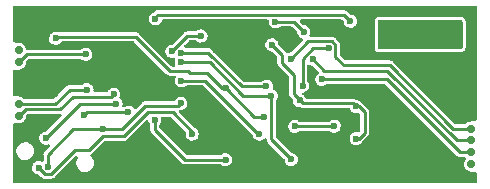
<source format=gbl>
G04 #@! TF.GenerationSoftware,KiCad,Pcbnew,(5.99.0-9294-gd3cf97847e)*
G04 #@! TF.CreationDate,2021-03-10T21:33:55+02:00*
G04 #@! TF.ProjectId,hellen1-wbo,68656c6c-656e-4312-9d77-626f2e6b6963,rev?*
G04 #@! TF.SameCoordinates,Original*
G04 #@! TF.FileFunction,Copper,L2,Bot*
G04 #@! TF.FilePolarity,Positive*
%FSLAX46Y46*%
G04 Gerber Fmt 4.6, Leading zero omitted, Abs format (unit mm)*
G04 Created by KiCad (PCBNEW (5.99.0-9294-gd3cf97847e)) date 2021-03-10 21:33:55*
%MOMM*%
%LPD*%
G01*
G04 APERTURE LIST*
G04 #@! TA.AperFunction,ComponentPad*
%ADD10C,0.700000*%
G04 #@! TD*
G04 #@! TA.AperFunction,SMDPad,CuDef*
%ADD11R,0.250000X3.100000*%
G04 #@! TD*
G04 #@! TA.AperFunction,SMDPad,CuDef*
%ADD12R,0.250000X0.950000*%
G04 #@! TD*
G04 #@! TA.AperFunction,SMDPad,CuDef*
%ADD13R,0.250000X9.750000*%
G04 #@! TD*
G04 #@! TA.AperFunction,SMDPad,CuDef*
%ADD14R,0.250000X2.250000*%
G04 #@! TD*
G04 #@! TA.AperFunction,SMDPad,CuDef*
%ADD15R,0.250000X5.050000*%
G04 #@! TD*
G04 #@! TA.AperFunction,SMDPad,CuDef*
%ADD16R,39.250000X0.250000*%
G04 #@! TD*
G04 #@! TA.AperFunction,ViaPad*
%ADD17C,0.600000*%
G04 #@! TD*
G04 #@! TA.AperFunction,Conductor*
%ADD18C,0.250000*%
G04 #@! TD*
G04 APERTURE END LIST*
D10*
G04 #@! TO.P,M600,E1,LSU_Un*
G04 #@! TO.N,/LSU_Un*
X116500000Y-93400000D03*
G04 #@! TO.P,M600,E2,LSU_Vm*
G04 #@! TO.N,/LSU_Vm*
X116500000Y-92400000D03*
G04 #@! TO.P,M600,E3,LSU_Ip*
G04 #@! TO.N,/LSU_Ip*
X116500000Y-91400000D03*
G04 #@! TO.P,M600,E4,LSU_Rtrim*
G04 #@! TO.N,/LSU_Rtrim*
X116500000Y-90400000D03*
D11*
G04 #@! TO.P,M600,G,GND*
G04 #@! TO.N,GND*
X77875000Y-81550000D03*
D12*
X116875000Y-94525000D03*
D13*
X116875000Y-84875000D03*
D14*
X77875000Y-86525000D03*
D15*
X77875000Y-92475000D03*
D16*
X97375000Y-94875000D03*
X97375000Y-80125000D03*
D10*
G04 #@! TO.P,M600,W1,5V_IN*
G04 #@! TO.N,+5V*
X78250000Y-83750000D03*
G04 #@! TO.P,M600,W2,CAN_VIO*
G04 #@! TO.N,+3V3*
X78250000Y-84750000D03*
G04 #@! TO.P,M600,W3,CAN_RX*
G04 #@! TO.N,/CAN_RX*
X78250000Y-88300000D03*
G04 #@! TO.P,M600,W4,CAN_TX*
G04 #@! TO.N,/CAN_TX*
X78250000Y-89300000D03*
G04 #@! TD*
D17*
G04 #@! TO.N,GND*
X102000000Y-88900000D03*
X106800000Y-86900000D03*
X85300000Y-93100000D03*
X79050000Y-93350000D03*
X78350000Y-85650000D03*
X112400000Y-93300000D03*
X107000000Y-84250000D03*
X112550000Y-80600000D03*
X86900000Y-86600000D03*
X96250000Y-81800000D03*
X116500000Y-82650000D03*
X100150000Y-82100000D03*
X93550000Y-93750000D03*
X84650000Y-80600000D03*
X94800000Y-94500000D03*
X113050000Y-84600000D03*
X78300000Y-94500000D03*
X101000000Y-94500000D03*
X81350000Y-85050000D03*
X88900000Y-87650000D03*
X84500000Y-94450000D03*
X94750000Y-88250000D03*
X116400000Y-80550000D03*
X108300000Y-94500000D03*
X103950000Y-93250000D03*
X78200000Y-82850000D03*
X106781600Y-89306400D03*
X82750000Y-94150000D03*
X78300000Y-87400000D03*
X110350000Y-84350000D03*
X87000000Y-80950000D03*
X94950000Y-83700000D03*
X92900000Y-91700000D03*
X96100000Y-92250000D03*
X78350000Y-90250000D03*
X87850000Y-94450000D03*
X91350000Y-87300000D03*
X88200000Y-84050000D03*
X85450000Y-81550000D03*
X90850000Y-94250000D03*
X116550000Y-94500000D03*
X81800000Y-81600000D03*
X81274000Y-87473000D03*
X78150000Y-80450000D03*
X79350000Y-81700000D03*
G04 #@! TO.N,/LSU_Rtrim*
X101250000Y-84500000D03*
G04 #@! TO.N,/LSU_Vm*
X92000000Y-84750000D03*
X103886000Y-86233000D03*
X99600000Y-87600000D03*
X101300000Y-93000000D03*
G04 #@! TO.N,/LSU_Ip*
X103100000Y-84500000D03*
G04 #@! TO.N,+3V3*
X106807000Y-88519000D03*
X99650000Y-83300000D03*
X106807000Y-91236800D03*
X102000000Y-88000000D03*
X79900000Y-93700000D03*
X92900000Y-90850000D03*
X83900000Y-84100000D03*
G04 #@! TO.N,/nRESET*
X91940000Y-88240000D03*
X80700000Y-93650000D03*
X85350000Y-90450000D03*
G04 #@! TO.N,/Vm*
X102250000Y-86750000D03*
X92000000Y-83950000D03*
X99200000Y-86800000D03*
X104450000Y-83600000D03*
G04 #@! TO.N,/Un_sense*
X98600000Y-90850000D03*
X91998800Y-86334600D03*
G04 #@! TO.N,/Ip_dac*
X91186000Y-83845400D03*
X93650000Y-82550000D03*
G04 #@! TO.N,/Nernst_esr_drive*
X95750000Y-93013408D03*
X89750000Y-89650000D03*
G04 #@! TO.N,/CAN_TX*
X86250096Y-87488462D03*
G04 #@! TO.N,/CAN_RX*
X84000000Y-87090100D03*
G04 #@! TO.N,/heater_pwm*
X106300000Y-81300000D03*
X89800000Y-81100000D03*
G04 #@! TO.N,/Boot0*
X87500000Y-89000000D03*
X83750000Y-89250000D03*
G04 #@! TO.N,Net-(R613-Pad1)*
X102350000Y-82200000D03*
X99950000Y-81350000D03*
G04 #@! TO.N,/SWDIO*
X86450000Y-88300000D03*
X80500000Y-91200000D03*
G04 #@! TO.N,VDDA*
X81340000Y-82740000D03*
X95758000Y-86995000D03*
X101600000Y-90200000D03*
X99000000Y-89400000D03*
X104927400Y-90195400D03*
G04 #@! TO.N,/LSU_H-*
X109150000Y-81950000D03*
X109950000Y-81950000D03*
X115250000Y-82700000D03*
X109950000Y-83050000D03*
X109150000Y-83050000D03*
X115250000Y-81750000D03*
X114100000Y-81750000D03*
X114100000Y-82700000D03*
G04 #@! TD*
D18*
G04 #@! TO.N,/LSU_Rtrim*
X102740111Y-83009889D02*
X101250000Y-84500000D01*
X115023365Y-90400000D02*
X109623365Y-85000000D01*
X104759889Y-83009889D02*
X102740111Y-83009889D01*
X105750000Y-85000000D02*
X105040111Y-84290111D01*
X116500000Y-90400000D02*
X115023365Y-90400000D01*
X109623365Y-85000000D02*
X105750000Y-85000000D01*
X105040111Y-84290111D02*
X105040111Y-83290111D01*
X105040111Y-83290111D02*
X104759889Y-83009889D01*
G04 #@! TO.N,/LSU_Vm*
X99600000Y-91300000D02*
X99600000Y-87600000D01*
X97236365Y-87600000D02*
X94386365Y-84750000D01*
X109383000Y-86233000D02*
X103886000Y-86233000D01*
X94386365Y-84750000D02*
X92000000Y-84750000D01*
X99600000Y-87600000D02*
X97236365Y-87600000D01*
X115550000Y-92400000D02*
X109383000Y-86233000D01*
X101300000Y-93000000D02*
X99600000Y-91300000D01*
X116500000Y-92400000D02*
X115550000Y-92400000D01*
G04 #@! TO.N,/LSU_Ip*
X115300000Y-91400000D02*
X109400000Y-85500000D01*
X109400000Y-85500000D02*
X104100000Y-85500000D01*
X104100000Y-85500000D02*
X103100000Y-84500000D01*
X116500000Y-91400000D02*
X115300000Y-91400000D01*
G04 #@! TO.N,+3V3*
X101500000Y-85825000D02*
X100500000Y-84825000D01*
X89150000Y-89000000D02*
X91250000Y-89000000D01*
X107500000Y-89000000D02*
X107500000Y-90750000D01*
X80983254Y-94240111D02*
X83023365Y-92200000D01*
X100500000Y-84150000D02*
X99650000Y-83300000D01*
X107019000Y-88519000D02*
X107500000Y-89000000D01*
X85350000Y-91050000D02*
X87100000Y-91050000D01*
X83900000Y-84100000D02*
X78900000Y-84100000D01*
X100500000Y-84825000D02*
X100500000Y-84150000D01*
X101500000Y-87487068D02*
X101500000Y-85825000D01*
X102250000Y-88250000D02*
X106538000Y-88250000D01*
X87100000Y-91050000D02*
X89150000Y-89000000D01*
X79900000Y-93700000D02*
X80109889Y-93909889D01*
X83023365Y-92200000D02*
X84200000Y-92200000D01*
X106538000Y-88250000D02*
X106807000Y-88519000D01*
X102000000Y-87987068D02*
X101500000Y-87487068D01*
X80109889Y-93933254D02*
X80416746Y-94240111D01*
X102000000Y-88000000D02*
X102250000Y-88250000D01*
X102000000Y-88000000D02*
X102000000Y-87987068D01*
X84200000Y-92200000D02*
X85350000Y-91050000D01*
X78900000Y-84100000D02*
X78250000Y-84750000D01*
X91250000Y-89000000D02*
X92900000Y-90650000D01*
X92900000Y-90650000D02*
X92900000Y-90850000D01*
X107013200Y-91236800D02*
X106807000Y-91236800D01*
X107500000Y-90750000D02*
X107013200Y-91236800D01*
X80109889Y-93909889D02*
X80109889Y-93933254D01*
X80416746Y-94240111D02*
X80983254Y-94240111D01*
X106807000Y-88519000D02*
X107019000Y-88519000D01*
G04 #@! TO.N,/nRESET*
X91720000Y-88460000D02*
X88940000Y-88460000D01*
X80700000Y-92600000D02*
X82850000Y-90450000D01*
X91940000Y-88240000D02*
X91720000Y-88460000D01*
X86950000Y-90450000D02*
X85350000Y-90450000D01*
X88940000Y-88460000D02*
X86950000Y-90450000D01*
X80700000Y-93650000D02*
X80700000Y-92600000D01*
X82850000Y-90450000D02*
X85350000Y-90450000D01*
G04 #@! TO.N,/Vm*
X102250000Y-84500000D02*
X103150000Y-83600000D01*
X102250000Y-86750000D02*
X102250000Y-84500000D01*
X94250000Y-83950000D02*
X92000000Y-83950000D01*
X97100000Y-86800000D02*
X94250000Y-83950000D01*
X103150000Y-83600000D02*
X104450000Y-83600000D01*
X99200000Y-86800000D02*
X97100000Y-86800000D01*
G04 #@! TO.N,/Un_sense*
X93959600Y-86334600D02*
X98475000Y-90850000D01*
X91998800Y-86334600D02*
X93959600Y-86334600D01*
X98475000Y-90850000D02*
X98600000Y-90850000D01*
G04 #@! TO.N,/Ip_dac*
X92481400Y-82550000D02*
X93650000Y-82550000D01*
X91186000Y-83845400D02*
X92481400Y-82550000D01*
G04 #@! TO.N,/Nernst_esr_drive*
X89750000Y-90500000D02*
X92263408Y-93013408D01*
X92263408Y-93013408D02*
X95750000Y-93013408D01*
X89750000Y-89650000D02*
X89750000Y-90500000D01*
G04 #@! TO.N,/CAN_TX*
X81750000Y-88750000D02*
X78800000Y-88750000D01*
X86250096Y-87499904D02*
X86069789Y-87680211D01*
X82819789Y-87680211D02*
X81750000Y-88750000D01*
X78800000Y-88750000D02*
X78250000Y-89300000D01*
X86069789Y-87680211D02*
X82819789Y-87680211D01*
X86250096Y-87488462D02*
X86250096Y-87499904D01*
G04 #@! TO.N,/CAN_RX*
X84000000Y-87090100D02*
X82530265Y-87090100D01*
X81320365Y-88300000D02*
X78250000Y-88300000D01*
X82530265Y-87090100D02*
X81320365Y-88300000D01*
G04 #@! TO.N,/heater_pwm*
X89990111Y-80759889D02*
X89800000Y-80950000D01*
X89800000Y-80950000D02*
X89800000Y-81100000D01*
X105759889Y-80759889D02*
X89990111Y-80759889D01*
X106300000Y-81300000D02*
X105759889Y-80759889D01*
G04 #@! TO.N,/Boot0*
X87500000Y-89000000D02*
X84000000Y-89000000D01*
X84000000Y-89000000D02*
X83750000Y-89250000D01*
G04 #@! TO.N,Net-(R613-Pad1)*
X101500000Y-81350000D02*
X99950000Y-81350000D01*
X102350000Y-82200000D02*
X101500000Y-81350000D01*
G04 #@! TO.N,/SWDIO*
X83400000Y-88300000D02*
X80500000Y-91200000D01*
X86450000Y-88300000D02*
X83400000Y-88300000D01*
G04 #@! TO.N,VDDA*
X92557600Y-85521800D02*
X92735400Y-85699600D01*
X91109800Y-85521800D02*
X91228200Y-85521800D01*
X81340000Y-82740000D02*
X81470111Y-82609889D01*
X88109889Y-82609889D02*
X91021800Y-85521800D01*
X98163000Y-89400000D02*
X95758000Y-86995000D01*
X94132400Y-85699600D02*
X95427800Y-86995000D01*
X95427800Y-86995000D02*
X95758000Y-86995000D01*
X81470111Y-82609889D02*
X88109889Y-82609889D01*
X101604600Y-90195400D02*
X104927400Y-90195400D01*
X91021800Y-85521800D02*
X91228200Y-85521800D01*
X101600000Y-90200000D02*
X101604600Y-90195400D01*
X91228200Y-85521800D02*
X92557600Y-85521800D01*
X99000000Y-89400000D02*
X98163000Y-89400000D01*
X92735400Y-85699600D02*
X94132400Y-85699600D01*
G04 #@! TD*
G04 #@! TA.AperFunction,Conductor*
G04 #@! TO.N,GND*
G36*
X116942121Y-80020002D02*
G01*
X116988614Y-80073658D01*
X117000000Y-80126000D01*
X117000000Y-89624000D01*
X116979998Y-89692121D01*
X116926342Y-89738614D01*
X116874000Y-89750000D01*
X116500000Y-89750000D01*
X116500000Y-89757793D01*
X116499346Y-89758548D01*
X116439620Y-89796931D01*
X116420569Y-89800957D01*
X116403298Y-89803231D01*
X116342250Y-89811268D01*
X116195250Y-89872158D01*
X116069018Y-89969018D01*
X116063992Y-89975568D01*
X116058150Y-89981410D01*
X116056131Y-89979391D01*
X116009989Y-90013076D01*
X115967378Y-90020500D01*
X115232749Y-90020500D01*
X115164628Y-90000498D01*
X115143654Y-89983595D01*
X109929020Y-84768960D01*
X109915943Y-84752768D01*
X109913402Y-84749975D01*
X109907753Y-84741227D01*
X109883034Y-84721740D01*
X109878149Y-84717398D01*
X109878109Y-84717445D01*
X109874152Y-84714092D01*
X109870471Y-84710411D01*
X109853559Y-84698325D01*
X109848813Y-84694762D01*
X109816777Y-84669507D01*
X109808599Y-84663060D01*
X109799968Y-84660029D01*
X109792522Y-84654708D01*
X109782544Y-84651724D01*
X109782542Y-84651723D01*
X109743430Y-84640026D01*
X109737783Y-84638191D01*
X109696951Y-84623851D01*
X109696948Y-84623850D01*
X109689472Y-84621225D01*
X109681100Y-84620500D01*
X109678391Y-84620500D01*
X109678098Y-84620487D01*
X109671556Y-84618531D01*
X109646186Y-84619528D01*
X109623920Y-84620403D01*
X109618972Y-84620500D01*
X105959385Y-84620500D01*
X105891264Y-84600498D01*
X105870289Y-84583595D01*
X105456515Y-84169820D01*
X105422490Y-84107508D01*
X105419611Y-84080725D01*
X105419611Y-83342876D01*
X105421816Y-83322158D01*
X105421993Y-83318400D01*
X105424184Y-83308224D01*
X105420484Y-83276962D01*
X105420100Y-83270445D01*
X105420039Y-83270450D01*
X105419611Y-83265271D01*
X105419611Y-83260071D01*
X105416202Y-83239588D01*
X105415365Y-83233711D01*
X105410568Y-83193183D01*
X105409344Y-83182839D01*
X105405383Y-83174591D01*
X105403881Y-83165565D01*
X105390980Y-83141654D01*
X105379558Y-83120486D01*
X105376863Y-83115197D01*
X105358122Y-83076169D01*
X105354690Y-83069022D01*
X105349283Y-83062589D01*
X105347353Y-83060659D01*
X105347169Y-83060458D01*
X105343926Y-83054448D01*
X105335135Y-83046321D01*
X105308936Y-83022104D01*
X105305368Y-83018674D01*
X105065541Y-82778846D01*
X105052467Y-82762658D01*
X105049928Y-82759867D01*
X105044277Y-82751116D01*
X105019558Y-82731629D01*
X105014673Y-82727287D01*
X105014633Y-82727334D01*
X105010676Y-82723981D01*
X105006995Y-82720300D01*
X104990083Y-82708214D01*
X104985337Y-82704651D01*
X104953301Y-82679396D01*
X104945123Y-82672949D01*
X104936492Y-82669918D01*
X104929046Y-82664597D01*
X104919068Y-82661613D01*
X104919066Y-82661612D01*
X104879954Y-82649915D01*
X104874307Y-82648080D01*
X104870361Y-82646694D01*
X104863694Y-82644353D01*
X104833475Y-82633740D01*
X104833472Y-82633739D01*
X104825996Y-82631114D01*
X104817624Y-82630389D01*
X104814915Y-82630389D01*
X104814622Y-82630376D01*
X104808080Y-82628420D01*
X104782710Y-82629417D01*
X104760444Y-82630292D01*
X104755496Y-82630389D01*
X102958876Y-82630389D01*
X102890755Y-82610387D01*
X102844262Y-82556731D01*
X102834158Y-82486457D01*
X102844312Y-82451938D01*
X102882045Y-82369522D01*
X102882045Y-82369520D01*
X102885620Y-82361713D01*
X102909377Y-82211717D01*
X102909500Y-82200000D01*
X102888889Y-82049539D01*
X102864553Y-81993302D01*
X102831987Y-81918045D01*
X102831985Y-81918042D01*
X102828576Y-81910164D01*
X102733004Y-81792142D01*
X102609214Y-81704169D01*
X102466327Y-81652726D01*
X102457767Y-81652097D01*
X102457765Y-81652097D01*
X102414516Y-81648921D01*
X102376094Y-81646100D01*
X102309622Y-81621162D01*
X102296228Y-81609533D01*
X102041179Y-81354484D01*
X102007153Y-81292172D01*
X102012218Y-81221357D01*
X102054765Y-81164521D01*
X102121285Y-81139710D01*
X102130274Y-81139389D01*
X105550505Y-81139389D01*
X105618626Y-81159391D01*
X105639600Y-81176294D01*
X105708377Y-81245071D01*
X105742403Y-81307383D01*
X105745275Y-81335482D01*
X105744912Y-81370124D01*
X105784218Y-81516815D01*
X105861524Y-81647532D01*
X105867725Y-81653478D01*
X105867726Y-81653480D01*
X105871958Y-81657538D01*
X105971134Y-81752645D01*
X106104974Y-81824409D01*
X106113356Y-81826283D01*
X106113357Y-81826283D01*
X106244797Y-81855664D01*
X106244799Y-81855664D01*
X106253182Y-81857538D01*
X106348885Y-81852522D01*
X106396257Y-81850040D01*
X106396258Y-81850040D01*
X106404840Y-81849590D01*
X106548773Y-81801151D01*
X106555878Y-81796322D01*
X106555881Y-81796321D01*
X106667275Y-81720618D01*
X106667276Y-81720617D01*
X106674379Y-81715790D01*
X106679922Y-81709231D01*
X106766858Y-81606355D01*
X106766860Y-81606352D01*
X106772401Y-81599795D01*
X106835620Y-81461713D01*
X106857115Y-81326000D01*
X108346000Y-81326000D01*
X108346000Y-83524000D01*
X108346360Y-83527347D01*
X108346360Y-83527351D01*
X108351077Y-83571225D01*
X108351804Y-83577990D01*
X108352522Y-83581290D01*
X108352522Y-83581291D01*
X108362265Y-83626078D01*
X108363190Y-83630332D01*
X108370384Y-83656555D01*
X108390128Y-83691227D01*
X108416362Y-83737298D01*
X108416365Y-83737302D01*
X108419425Y-83742676D01*
X108428063Y-83752645D01*
X108456898Y-83785922D01*
X108465918Y-83796332D01*
X108498502Y-83827773D01*
X108586319Y-83873709D01*
X108654440Y-83893711D01*
X108658899Y-83894352D01*
X108658903Y-83894353D01*
X108680639Y-83897478D01*
X108726000Y-83904000D01*
X115674000Y-83904000D01*
X115677347Y-83903640D01*
X115677351Y-83903640D01*
X115724626Y-83898558D01*
X115724633Y-83898557D01*
X115727990Y-83898196D01*
X115731291Y-83897478D01*
X115778678Y-83887170D01*
X115778685Y-83887168D01*
X115780332Y-83886810D01*
X115806555Y-83879616D01*
X115851243Y-83854169D01*
X115887298Y-83833638D01*
X115887302Y-83833635D01*
X115892676Y-83830575D01*
X115923933Y-83803491D01*
X115944209Y-83785922D01*
X115944214Y-83785917D01*
X115946332Y-83784082D01*
X115977773Y-83751498D01*
X116023709Y-83663681D01*
X116043711Y-83595560D01*
X116045284Y-83584624D01*
X116051378Y-83542233D01*
X116054000Y-83524000D01*
X116054000Y-81326000D01*
X116052465Y-81311717D01*
X116048558Y-81275374D01*
X116048557Y-81275367D01*
X116048196Y-81272010D01*
X116044110Y-81253225D01*
X116037170Y-81221322D01*
X116037168Y-81221315D01*
X116036810Y-81219668D01*
X116029616Y-81193445D01*
X115998834Y-81139389D01*
X115983638Y-81112702D01*
X115983635Y-81112698D01*
X115980575Y-81107324D01*
X115944697Y-81065918D01*
X115935922Y-81055791D01*
X115935917Y-81055786D01*
X115934082Y-81053668D01*
X115901498Y-81022227D01*
X115813681Y-80976291D01*
X115745560Y-80956289D01*
X115741101Y-80955648D01*
X115741097Y-80955647D01*
X115709780Y-80951145D01*
X115674000Y-80946000D01*
X108726000Y-80946000D01*
X108722653Y-80946360D01*
X108722649Y-80946360D01*
X108675374Y-80951442D01*
X108675367Y-80951443D01*
X108672010Y-80951804D01*
X108668710Y-80952522D01*
X108668709Y-80952522D01*
X108621322Y-80962830D01*
X108621315Y-80962832D01*
X108619668Y-80963190D01*
X108593445Y-80970384D01*
X108552680Y-80993597D01*
X108512702Y-81016362D01*
X108512698Y-81016365D01*
X108507324Y-81019425D01*
X108496872Y-81028482D01*
X108470055Y-81051719D01*
X108453668Y-81065918D01*
X108422227Y-81098502D01*
X108376291Y-81186319D01*
X108356289Y-81254440D01*
X108346000Y-81326000D01*
X106857115Y-81326000D01*
X106859377Y-81311717D01*
X106859500Y-81300000D01*
X106838889Y-81149539D01*
X106820621Y-81107324D01*
X106781987Y-81018045D01*
X106781985Y-81018042D01*
X106778576Y-81010164D01*
X106683004Y-80892142D01*
X106559214Y-80804169D01*
X106416327Y-80752726D01*
X106407767Y-80752097D01*
X106407765Y-80752097D01*
X106364516Y-80748921D01*
X106326094Y-80746100D01*
X106259622Y-80721162D01*
X106246228Y-80709533D01*
X106065544Y-80528849D01*
X106052467Y-80512657D01*
X106049926Y-80509864D01*
X106044277Y-80501116D01*
X106031542Y-80491076D01*
X106019558Y-80481629D01*
X106014673Y-80477287D01*
X106014633Y-80477334D01*
X106010676Y-80473981D01*
X106006995Y-80470300D01*
X105990083Y-80458214D01*
X105985337Y-80454651D01*
X105953301Y-80429396D01*
X105945123Y-80422949D01*
X105936492Y-80419918D01*
X105929046Y-80414597D01*
X105919068Y-80411613D01*
X105919066Y-80411612D01*
X105879954Y-80399915D01*
X105874307Y-80398080D01*
X105873482Y-80397790D01*
X105857712Y-80392252D01*
X105833475Y-80383740D01*
X105833472Y-80383739D01*
X105825996Y-80381114D01*
X105817624Y-80380389D01*
X105814915Y-80380389D01*
X105814622Y-80380376D01*
X105808080Y-80378420D01*
X105782710Y-80379417D01*
X105760444Y-80380292D01*
X105755496Y-80380389D01*
X90042876Y-80380389D01*
X90022158Y-80378184D01*
X90018400Y-80378007D01*
X90008224Y-80375816D01*
X89982767Y-80378829D01*
X89976962Y-80379516D01*
X89970445Y-80379900D01*
X89970450Y-80379961D01*
X89965271Y-80380389D01*
X89960071Y-80380389D01*
X89954943Y-80381243D01*
X89954938Y-80381243D01*
X89939588Y-80383798D01*
X89933711Y-80384635D01*
X89915457Y-80386796D01*
X89882839Y-80390656D01*
X89874591Y-80394617D01*
X89865565Y-80396119D01*
X89856397Y-80401066D01*
X89856396Y-80401066D01*
X89820486Y-80420442D01*
X89815197Y-80423137D01*
X89769022Y-80445310D01*
X89762589Y-80450717D01*
X89760660Y-80452646D01*
X89760458Y-80452832D01*
X89754448Y-80456074D01*
X89747379Y-80463722D01*
X89747378Y-80463722D01*
X89722092Y-80491076D01*
X89718664Y-80494640D01*
X89673920Y-80539385D01*
X89626257Y-80569284D01*
X89624424Y-80569922D01*
X89615999Y-80571621D01*
X89608345Y-80575521D01*
X89488337Y-80636668D01*
X89488334Y-80636670D01*
X89480686Y-80640567D01*
X89368898Y-80743361D01*
X89364370Y-80750663D01*
X89364369Y-80750665D01*
X89332999Y-80801260D01*
X89288871Y-80872431D01*
X89246502Y-81018267D01*
X89246412Y-81026853D01*
X89246412Y-81026854D01*
X89245578Y-81106484D01*
X89244912Y-81170124D01*
X89284218Y-81316815D01*
X89361524Y-81447532D01*
X89367725Y-81453478D01*
X89367726Y-81453480D01*
X89384455Y-81469522D01*
X89471134Y-81552645D01*
X89604974Y-81624409D01*
X89613356Y-81626283D01*
X89613357Y-81626283D01*
X89744797Y-81655664D01*
X89744799Y-81655664D01*
X89753182Y-81657538D01*
X89848885Y-81652522D01*
X89896257Y-81650040D01*
X89896258Y-81650040D01*
X89904840Y-81649590D01*
X90048773Y-81601151D01*
X90055878Y-81596322D01*
X90055881Y-81596321D01*
X90167275Y-81520618D01*
X90167276Y-81520617D01*
X90174379Y-81515790D01*
X90220077Y-81461713D01*
X90266858Y-81406355D01*
X90266860Y-81406352D01*
X90272401Y-81399795D01*
X90318091Y-81300000D01*
X90332045Y-81269522D01*
X90332045Y-81269520D01*
X90335620Y-81261713D01*
X90336964Y-81253230D01*
X90336965Y-81253225D01*
X90338161Y-81245676D01*
X90368574Y-81181523D01*
X90428843Y-81143998D01*
X90462609Y-81139389D01*
X99270739Y-81139389D01*
X99338860Y-81159391D01*
X99385353Y-81213047D01*
X99393184Y-81268232D01*
X99396502Y-81268267D01*
X99394912Y-81420124D01*
X99434218Y-81566815D01*
X99511524Y-81697532D01*
X99517725Y-81703478D01*
X99517726Y-81703480D01*
X99546576Y-81731146D01*
X99621134Y-81802645D01*
X99754974Y-81874409D01*
X99763356Y-81876283D01*
X99763357Y-81876283D01*
X99894797Y-81905664D01*
X99894799Y-81905664D01*
X99903182Y-81907538D01*
X99998885Y-81902522D01*
X100046257Y-81900040D01*
X100046258Y-81900040D01*
X100054840Y-81899590D01*
X100198773Y-81851151D01*
X100205878Y-81846322D01*
X100205881Y-81846321D01*
X100317271Y-81770621D01*
X100317273Y-81770619D01*
X100324379Y-81765790D01*
X100328176Y-81761297D01*
X100391009Y-81731146D01*
X100411308Y-81729500D01*
X101290616Y-81729500D01*
X101358737Y-81749502D01*
X101379711Y-81766405D01*
X101758377Y-82145071D01*
X101792403Y-82207383D01*
X101795275Y-82235482D01*
X101794912Y-82270124D01*
X101834218Y-82416815D01*
X101911524Y-82547532D01*
X101917725Y-82553478D01*
X101917726Y-82553480D01*
X101931069Y-82566275D01*
X102021134Y-82652645D01*
X102154974Y-82724409D01*
X102204223Y-82735418D01*
X102266337Y-82769797D01*
X102300005Y-82832302D01*
X102294536Y-82903088D01*
X102265831Y-82947475D01*
X101307935Y-83905370D01*
X101245625Y-83939394D01*
X101226755Y-83942024D01*
X101223434Y-83942233D01*
X101214869Y-83941604D01*
X101065999Y-83971621D01*
X101058347Y-83975520D01*
X101058344Y-83975521D01*
X100995424Y-84007581D01*
X100925647Y-84020686D01*
X100859862Y-83993986D01*
X100824638Y-83949858D01*
X100814579Y-83928911D01*
X100809172Y-83922478D01*
X100807242Y-83920548D01*
X100807058Y-83920347D01*
X100803815Y-83914337D01*
X100795805Y-83906932D01*
X100768824Y-83881992D01*
X100765256Y-83878562D01*
X100243103Y-83356408D01*
X100209078Y-83294096D01*
X100207365Y-83284414D01*
X100191938Y-83171800D01*
X100188889Y-83149539D01*
X100185477Y-83141654D01*
X100131987Y-83018045D01*
X100131985Y-83018042D01*
X100128576Y-83010164D01*
X100033004Y-82892142D01*
X99928986Y-82818220D01*
X99916216Y-82809145D01*
X99909214Y-82804169D01*
X99766327Y-82752726D01*
X99757767Y-82752097D01*
X99757765Y-82752097D01*
X99656594Y-82744668D01*
X99614869Y-82741604D01*
X99465999Y-82771621D01*
X99458347Y-82775520D01*
X99338337Y-82836668D01*
X99338334Y-82836670D01*
X99330686Y-82840567D01*
X99324364Y-82846380D01*
X99324363Y-82846381D01*
X99280011Y-82887165D01*
X99218898Y-82943361D01*
X99214370Y-82950663D01*
X99214369Y-82950665D01*
X99152065Y-83051151D01*
X99138871Y-83072431D01*
X99096502Y-83218267D01*
X99096412Y-83226853D01*
X99096412Y-83226854D01*
X99095742Y-83290892D01*
X99094912Y-83370124D01*
X99134218Y-83516815D01*
X99211524Y-83647532D01*
X99217725Y-83653478D01*
X99217726Y-83653480D01*
X99252853Y-83687165D01*
X99321134Y-83752645D01*
X99454974Y-83824409D01*
X99463356Y-83826283D01*
X99463357Y-83826283D01*
X99594797Y-83855664D01*
X99594799Y-83855664D01*
X99603182Y-83857538D01*
X99611761Y-83857088D01*
X99620319Y-83857807D01*
X99620204Y-83859181D01*
X99680535Y-83873518D01*
X99707143Y-83893837D01*
X100083595Y-84270289D01*
X100117621Y-84332601D01*
X100120500Y-84359384D01*
X100120500Y-84772235D01*
X100118295Y-84792953D01*
X100118118Y-84796711D01*
X100115927Y-84806887D01*
X100117151Y-84817226D01*
X100119627Y-84838149D01*
X100120011Y-84844666D01*
X100120072Y-84844661D01*
X100120500Y-84849840D01*
X100120500Y-84855040D01*
X100121354Y-84860168D01*
X100121354Y-84860173D01*
X100123909Y-84875523D01*
X100124746Y-84881400D01*
X100126896Y-84899564D01*
X100130767Y-84932272D01*
X100134728Y-84940520D01*
X100136230Y-84949546D01*
X100160569Y-84994654D01*
X100163247Y-84999912D01*
X100181989Y-85038944D01*
X100181991Y-85038948D01*
X100185421Y-85046090D01*
X100190828Y-85052522D01*
X100192766Y-85054460D01*
X100192942Y-85054651D01*
X100196185Y-85060663D01*
X100203833Y-85067732D01*
X100203837Y-85067738D01*
X100231202Y-85093033D01*
X100234769Y-85096463D01*
X101083595Y-85945289D01*
X101117621Y-86007601D01*
X101120500Y-86034384D01*
X101120500Y-87434303D01*
X101118295Y-87455021D01*
X101118118Y-87458779D01*
X101115927Y-87468955D01*
X101118236Y-87488462D01*
X101119627Y-87500217D01*
X101120011Y-87506734D01*
X101120072Y-87506729D01*
X101120500Y-87511908D01*
X101120500Y-87517108D01*
X101121354Y-87522236D01*
X101121354Y-87522241D01*
X101123909Y-87537591D01*
X101124746Y-87543468D01*
X101130767Y-87594340D01*
X101134728Y-87602588D01*
X101136230Y-87611614D01*
X101160569Y-87656722D01*
X101163247Y-87661980D01*
X101181989Y-87701012D01*
X101181991Y-87701016D01*
X101185421Y-87708158D01*
X101190828Y-87714590D01*
X101192766Y-87716528D01*
X101192942Y-87716719D01*
X101196185Y-87722731D01*
X101203833Y-87729800D01*
X101203837Y-87729806D01*
X101231202Y-87755101D01*
X101234769Y-87758531D01*
X101408511Y-87932273D01*
X101442537Y-87994585D01*
X101445409Y-88022684D01*
X101444912Y-88070124D01*
X101484218Y-88216815D01*
X101561524Y-88347532D01*
X101671134Y-88452645D01*
X101804974Y-88524409D01*
X101813356Y-88526283D01*
X101813357Y-88526283D01*
X101944797Y-88555664D01*
X101944799Y-88555664D01*
X101953182Y-88557538D01*
X101975481Y-88556369D01*
X102044554Y-88572777D01*
X102053385Y-88578732D01*
X102056588Y-88580493D01*
X102064766Y-88586940D01*
X102073400Y-88589972D01*
X102080843Y-88595291D01*
X102112472Y-88604750D01*
X102129903Y-88609963D01*
X102135552Y-88611798D01*
X102183893Y-88628775D01*
X102192265Y-88629500D01*
X102194979Y-88629500D01*
X102195271Y-88629513D01*
X102201809Y-88631468D01*
X102249429Y-88629597D01*
X102254376Y-88629500D01*
X106166047Y-88629500D01*
X106234168Y-88649502D01*
X106280661Y-88703158D01*
X106287753Y-88722885D01*
X106291218Y-88735815D01*
X106368524Y-88866532D01*
X106374725Y-88872478D01*
X106374726Y-88872480D01*
X106396506Y-88893366D01*
X106478134Y-88971645D01*
X106611974Y-89043409D01*
X106620356Y-89045283D01*
X106620357Y-89045283D01*
X106751797Y-89074664D01*
X106751799Y-89074664D01*
X106760182Y-89076538D01*
X106855885Y-89071522D01*
X106903257Y-89069040D01*
X106903258Y-89069040D01*
X106911840Y-89068590D01*
X106927624Y-89063278D01*
X106998566Y-89060508D01*
X107056908Y-89093602D01*
X107083595Y-89120289D01*
X107117621Y-89182601D01*
X107120500Y-89209384D01*
X107120500Y-90540616D01*
X107100498Y-90608737D01*
X107083595Y-90629711D01*
X107053563Y-90659743D01*
X106991251Y-90693769D01*
X106938269Y-90693894D01*
X106931409Y-90692436D01*
X106923327Y-90689526D01*
X106914764Y-90688897D01*
X106914763Y-90688897D01*
X106847598Y-90683965D01*
X106771869Y-90678404D01*
X106622999Y-90708421D01*
X106615347Y-90712320D01*
X106495337Y-90773468D01*
X106495334Y-90773470D01*
X106487686Y-90777367D01*
X106481364Y-90783180D01*
X106481363Y-90783181D01*
X106383640Y-90873042D01*
X106375898Y-90880161D01*
X106371370Y-90887463D01*
X106371369Y-90887465D01*
X106306013Y-90992874D01*
X106295871Y-91009231D01*
X106253502Y-91155067D01*
X106253412Y-91163653D01*
X106253412Y-91163654D01*
X106252995Y-91203480D01*
X106251912Y-91306924D01*
X106291218Y-91453615D01*
X106368524Y-91584332D01*
X106478134Y-91689445D01*
X106611974Y-91761209D01*
X106620356Y-91763083D01*
X106620357Y-91763083D01*
X106751797Y-91792464D01*
X106751799Y-91792464D01*
X106760182Y-91794338D01*
X106855885Y-91789322D01*
X106903257Y-91786840D01*
X106903258Y-91786840D01*
X106911840Y-91786390D01*
X107055773Y-91737951D01*
X107062878Y-91733122D01*
X107062881Y-91733121D01*
X107174275Y-91657418D01*
X107174276Y-91657417D01*
X107181379Y-91652590D01*
X107186922Y-91646031D01*
X107273858Y-91543155D01*
X107273860Y-91543152D01*
X107279401Y-91536595D01*
X107294708Y-91503160D01*
X107320177Y-91466517D01*
X107731038Y-91055656D01*
X107747234Y-91042575D01*
X107750021Y-91040039D01*
X107758773Y-91034388D01*
X107769722Y-91020500D01*
X107778264Y-91009664D01*
X107782601Y-91004784D01*
X107782554Y-91004744D01*
X107785907Y-91000787D01*
X107789588Y-90997106D01*
X107801664Y-90980208D01*
X107805227Y-90975462D01*
X107830493Y-90943412D01*
X107836940Y-90935234D01*
X107839972Y-90926600D01*
X107845291Y-90919157D01*
X107859963Y-90870097D01*
X107861798Y-90864449D01*
X107876147Y-90823590D01*
X107878775Y-90816107D01*
X107879500Y-90807735D01*
X107879500Y-90805021D01*
X107879513Y-90804729D01*
X107881468Y-90798191D01*
X107879597Y-90750571D01*
X107879500Y-90745624D01*
X107879500Y-89052765D01*
X107881705Y-89032047D01*
X107881882Y-89028289D01*
X107884073Y-89018113D01*
X107880373Y-88986851D01*
X107879989Y-88980334D01*
X107879928Y-88980339D01*
X107879500Y-88975160D01*
X107879500Y-88969960D01*
X107878646Y-88964827D01*
X107876091Y-88949477D01*
X107875254Y-88943600D01*
X107870457Y-88903072D01*
X107869233Y-88892728D01*
X107865272Y-88884480D01*
X107863770Y-88875454D01*
X107844371Y-88839500D01*
X107839447Y-88830375D01*
X107836752Y-88825086D01*
X107818011Y-88786058D01*
X107814579Y-88778911D01*
X107809172Y-88772478D01*
X107807242Y-88770548D01*
X107807058Y-88770347D01*
X107803815Y-88764337D01*
X107781697Y-88743891D01*
X107768824Y-88731992D01*
X107765256Y-88728562D01*
X107324652Y-88287957D01*
X107311578Y-88271769D01*
X107311267Y-88271427D01*
X107311128Y-88271211D01*
X107307900Y-88267214D01*
X107303388Y-88260228D01*
X107303845Y-88259933D01*
X107293705Y-88244229D01*
X107293436Y-88244392D01*
X107288987Y-88237046D01*
X107285576Y-88229164D01*
X107190004Y-88111142D01*
X107066214Y-88023169D01*
X106923327Y-87971726D01*
X106914767Y-87971097D01*
X106914765Y-87971097D01*
X106879485Y-87968506D01*
X106823219Y-87964375D01*
X106754442Y-87937663D01*
X106723234Y-87913060D01*
X106714603Y-87910029D01*
X106707157Y-87904708D01*
X106697179Y-87901724D01*
X106697177Y-87901723D01*
X106658065Y-87890026D01*
X106652418Y-87888191D01*
X106649500Y-87887166D01*
X106638665Y-87883361D01*
X106611586Y-87873851D01*
X106611583Y-87873850D01*
X106604107Y-87871225D01*
X106595735Y-87870500D01*
X106593026Y-87870500D01*
X106592733Y-87870487D01*
X106586191Y-87868531D01*
X106573799Y-87869018D01*
X106538555Y-87870403D01*
X106533607Y-87870500D01*
X102630726Y-87870500D01*
X102562605Y-87850498D01*
X102515089Y-87794540D01*
X102481988Y-87718048D01*
X102481987Y-87718046D01*
X102478576Y-87710164D01*
X102383004Y-87592142D01*
X102371542Y-87583996D01*
X102306243Y-87537591D01*
X102291972Y-87527449D01*
X102248032Y-87471685D01*
X102241216Y-87401016D01*
X102273689Y-87337881D01*
X102341354Y-87300975D01*
X102346256Y-87300040D01*
X102354840Y-87299590D01*
X102498773Y-87251151D01*
X102505878Y-87246322D01*
X102505881Y-87246321D01*
X102617275Y-87170618D01*
X102617276Y-87170617D01*
X102624379Y-87165790D01*
X102629922Y-87159231D01*
X102716858Y-87056355D01*
X102716860Y-87056352D01*
X102722401Y-87049795D01*
X102762728Y-86961713D01*
X102782045Y-86919522D01*
X102782045Y-86919520D01*
X102785620Y-86911713D01*
X102809377Y-86761717D01*
X102809500Y-86750000D01*
X102788889Y-86599539D01*
X102760269Y-86533402D01*
X102731987Y-86468045D01*
X102731985Y-86468042D01*
X102728576Y-86460164D01*
X102723171Y-86453490D01*
X102723169Y-86453486D01*
X102657580Y-86372490D01*
X102630254Y-86306963D01*
X102629500Y-86293196D01*
X102629500Y-85087232D01*
X102649502Y-85019111D01*
X102703158Y-84972618D01*
X102773432Y-84962514D01*
X102815038Y-84976186D01*
X102904974Y-85024409D01*
X102913356Y-85026283D01*
X102913357Y-85026283D01*
X103044797Y-85055664D01*
X103044799Y-85055664D01*
X103053182Y-85057538D01*
X103061761Y-85057088D01*
X103070319Y-85057807D01*
X103070204Y-85059181D01*
X103130535Y-85073518D01*
X103157143Y-85093837D01*
X103623045Y-85559739D01*
X103657071Y-85622051D01*
X103652006Y-85692866D01*
X103609459Y-85749702D01*
X103591157Y-85761098D01*
X103566686Y-85773567D01*
X103560364Y-85779380D01*
X103560363Y-85779381D01*
X103466577Y-85865622D01*
X103454898Y-85876361D01*
X103450370Y-85883663D01*
X103450369Y-85883665D01*
X103379397Y-85998131D01*
X103374871Y-86005431D01*
X103332502Y-86151267D01*
X103330912Y-86303124D01*
X103370218Y-86449815D01*
X103447524Y-86580532D01*
X103453725Y-86586478D01*
X103453726Y-86586480D01*
X103482576Y-86614146D01*
X103557134Y-86685645D01*
X103690974Y-86757409D01*
X103699356Y-86759283D01*
X103699357Y-86759283D01*
X103830797Y-86788664D01*
X103830799Y-86788664D01*
X103839182Y-86790538D01*
X103934885Y-86785522D01*
X103982257Y-86783040D01*
X103982258Y-86783040D01*
X103990840Y-86782590D01*
X104134773Y-86734151D01*
X104141878Y-86729322D01*
X104141881Y-86729321D01*
X104253271Y-86653621D01*
X104253273Y-86653619D01*
X104260379Y-86648790D01*
X104264176Y-86644297D01*
X104327009Y-86614146D01*
X104347308Y-86612500D01*
X109173616Y-86612500D01*
X109241737Y-86632502D01*
X109262711Y-86649405D01*
X115244344Y-92631038D01*
X115257425Y-92647234D01*
X115259961Y-92650021D01*
X115265612Y-92658773D01*
X115273791Y-92665220D01*
X115273791Y-92665221D01*
X115290336Y-92678264D01*
X115295215Y-92682600D01*
X115295254Y-92682553D01*
X115299215Y-92685909D01*
X115302894Y-92689588D01*
X115319734Y-92701622D01*
X115319792Y-92701663D01*
X115324540Y-92705227D01*
X115364766Y-92736940D01*
X115373397Y-92739971D01*
X115380843Y-92745292D01*
X115390821Y-92748276D01*
X115390823Y-92748277D01*
X115429935Y-92759974D01*
X115435576Y-92761807D01*
X115446195Y-92765536D01*
X115476414Y-92776149D01*
X115476417Y-92776150D01*
X115483893Y-92778775D01*
X115492265Y-92779500D01*
X115494974Y-92779500D01*
X115495267Y-92779513D01*
X115501809Y-92781469D01*
X115549444Y-92779597D01*
X115554393Y-92779500D01*
X115958938Y-92779500D01*
X116027059Y-92799502D01*
X116073552Y-92853158D01*
X116083656Y-92923432D01*
X116058901Y-92982203D01*
X115972158Y-93095250D01*
X115911268Y-93242250D01*
X115910191Y-93250434D01*
X115910190Y-93250436D01*
X115898381Y-93340135D01*
X115890500Y-93400000D01*
X115891578Y-93408188D01*
X115908891Y-93539691D01*
X115911268Y-93557750D01*
X115972158Y-93704750D01*
X115977185Y-93711301D01*
X116056103Y-93814150D01*
X116069018Y-93830982D01*
X116195250Y-93927842D01*
X116342250Y-93988732D01*
X116350432Y-93989809D01*
X116350435Y-93989810D01*
X116416588Y-93998519D01*
X116482653Y-94028216D01*
X116500000Y-94043247D01*
X116500000Y-94050000D01*
X116874000Y-94050000D01*
X116942121Y-94070002D01*
X116988614Y-94123658D01*
X117000000Y-94176000D01*
X117000000Y-94874000D01*
X116979998Y-94942121D01*
X116926342Y-94988614D01*
X116874000Y-95000000D01*
X77876000Y-95000000D01*
X77807879Y-94979998D01*
X77761386Y-94926342D01*
X77750000Y-94874000D01*
X77750000Y-92381518D01*
X78009615Y-92381518D01*
X78048494Y-92551957D01*
X78125540Y-92708881D01*
X78130188Y-92714530D01*
X78130189Y-92714531D01*
X78156389Y-92746371D01*
X78236620Y-92843872D01*
X78242447Y-92848303D01*
X78248832Y-92853158D01*
X78375776Y-92949688D01*
X78382464Y-92952659D01*
X78382468Y-92952661D01*
X78419294Y-92969018D01*
X78535541Y-93020653D01*
X78542736Y-93022006D01*
X78664370Y-93044879D01*
X78707348Y-93052961D01*
X78714656Y-93052623D01*
X78714659Y-93052623D01*
X78874664Y-93045218D01*
X78874668Y-93045217D01*
X78881979Y-93044879D01*
X78889019Y-93042867D01*
X79043024Y-92998852D01*
X79043027Y-92998851D01*
X79050066Y-92996839D01*
X79142504Y-92945071D01*
X79196202Y-92914999D01*
X79196204Y-92914998D01*
X79202594Y-92911419D01*
X79295130Y-92826477D01*
X79325990Y-92798150D01*
X79325991Y-92798148D01*
X79331380Y-92793202D01*
X79342948Y-92776149D01*
X79425408Y-92654584D01*
X79429516Y-92648528D01*
X79491737Y-92485158D01*
X79514707Y-92311856D01*
X79514800Y-92300000D01*
X79504777Y-92214028D01*
X79495403Y-92133631D01*
X79494555Y-92126358D01*
X79492057Y-92119476D01*
X79437405Y-91968910D01*
X79437405Y-91968909D01*
X79434908Y-91962031D01*
X79339056Y-91815834D01*
X79212143Y-91695608D01*
X79060976Y-91607803D01*
X79053972Y-91605682D01*
X79053968Y-91605680D01*
X78900677Y-91559253D01*
X78893664Y-91557129D01*
X78886354Y-91556676D01*
X78886351Y-91556675D01*
X78818747Y-91552482D01*
X78719181Y-91546305D01*
X78711965Y-91547545D01*
X78711963Y-91547545D01*
X78554104Y-91574670D01*
X78554102Y-91574671D01*
X78546889Y-91575910D01*
X78386028Y-91644357D01*
X78380135Y-91648694D01*
X78251122Y-91743636D01*
X78251119Y-91743638D01*
X78245228Y-91747974D01*
X78240491Y-91753550D01*
X78136780Y-91875624D01*
X78136777Y-91875628D01*
X78132041Y-91881203D01*
X78052540Y-92036898D01*
X78010988Y-92206706D01*
X78009615Y-92381518D01*
X77750000Y-92381518D01*
X77750000Y-90076000D01*
X77770002Y-90007879D01*
X77823658Y-89961386D01*
X77876000Y-89950000D01*
X78250000Y-89950000D01*
X78250000Y-89942207D01*
X78250654Y-89941452D01*
X78310380Y-89903069D01*
X78329431Y-89899043D01*
X78347611Y-89896649D01*
X78407750Y-89888732D01*
X78554750Y-89827842D01*
X78680982Y-89730982D01*
X78777842Y-89604750D01*
X78838732Y-89457750D01*
X78846401Y-89399502D01*
X78858422Y-89308188D01*
X78859500Y-89300000D01*
X78858422Y-89291812D01*
X78858422Y-89283554D01*
X78861281Y-89283554D01*
X78870073Y-89227133D01*
X78894967Y-89191727D01*
X78920289Y-89166405D01*
X78982601Y-89132379D01*
X79009384Y-89129500D01*
X81697235Y-89129500D01*
X81717952Y-89131705D01*
X81721711Y-89131882D01*
X81731887Y-89134073D01*
X81736154Y-89133568D01*
X81799889Y-89155592D01*
X81843803Y-89211378D01*
X81850585Y-89282050D01*
X81815946Y-89347359D01*
X80557937Y-90605368D01*
X80495625Y-90639394D01*
X80476755Y-90642024D01*
X80473434Y-90642233D01*
X80464869Y-90641604D01*
X80315999Y-90671621D01*
X80308347Y-90675520D01*
X80188337Y-90736668D01*
X80188334Y-90736670D01*
X80180686Y-90740567D01*
X80174364Y-90746380D01*
X80174363Y-90746381D01*
X80090399Y-90823590D01*
X80068898Y-90843361D01*
X80064370Y-90850663D01*
X80064369Y-90850665D01*
X79993397Y-90965131D01*
X79988871Y-90972431D01*
X79946502Y-91118267D01*
X79946412Y-91126853D01*
X79946412Y-91126854D01*
X79945744Y-91190706D01*
X79944912Y-91270124D01*
X79984218Y-91416815D01*
X80061524Y-91547532D01*
X80067725Y-91553478D01*
X80067726Y-91553480D01*
X80086479Y-91571463D01*
X80171134Y-91652645D01*
X80304974Y-91724409D01*
X80313356Y-91726283D01*
X80313357Y-91726283D01*
X80444797Y-91755664D01*
X80444799Y-91755664D01*
X80453182Y-91757538D01*
X80548885Y-91752522D01*
X80596257Y-91750040D01*
X80596258Y-91750040D01*
X80604840Y-91749590D01*
X80711972Y-91713536D01*
X80782913Y-91710766D01*
X80844092Y-91746789D01*
X80876083Y-91810170D01*
X80868729Y-91880785D01*
X80841255Y-91922050D01*
X80468960Y-92294345D01*
X80452768Y-92307422D01*
X80449975Y-92309963D01*
X80441227Y-92315612D01*
X80434780Y-92323790D01*
X80434779Y-92323791D01*
X80421740Y-92340331D01*
X80417398Y-92345216D01*
X80417445Y-92345256D01*
X80414092Y-92349213D01*
X80410411Y-92352894D01*
X80407387Y-92357126D01*
X80398326Y-92369805D01*
X80394762Y-92374551D01*
X80363060Y-92414766D01*
X80360029Y-92423397D01*
X80354708Y-92430843D01*
X80351724Y-92440821D01*
X80351723Y-92440823D01*
X80340026Y-92479935D01*
X80338191Y-92485582D01*
X80328008Y-92514579D01*
X80321225Y-92533893D01*
X80320500Y-92542265D01*
X80320500Y-92544974D01*
X80320487Y-92545267D01*
X80318531Y-92551809D01*
X80318940Y-92562216D01*
X80320403Y-92599445D01*
X80320500Y-92604393D01*
X80320500Y-93082956D01*
X80300498Y-93151077D01*
X80246842Y-93197570D01*
X80176568Y-93207674D01*
X80151825Y-93201509D01*
X80016327Y-93152726D01*
X80007767Y-93152097D01*
X80007765Y-93152097D01*
X79915187Y-93145299D01*
X79864869Y-93141604D01*
X79715999Y-93171621D01*
X79708347Y-93175520D01*
X79588337Y-93236668D01*
X79588334Y-93236670D01*
X79580686Y-93240567D01*
X79574364Y-93246380D01*
X79574363Y-93246381D01*
X79489999Y-93323958D01*
X79468898Y-93343361D01*
X79464370Y-93350663D01*
X79464369Y-93350665D01*
X79401139Y-93452645D01*
X79388871Y-93472431D01*
X79346502Y-93618267D01*
X79346412Y-93626853D01*
X79346412Y-93626854D01*
X79345422Y-93721437D01*
X79344912Y-93770124D01*
X79384218Y-93916815D01*
X79461524Y-94047532D01*
X79467725Y-94053478D01*
X79467726Y-94053480D01*
X79484955Y-94070002D01*
X79571134Y-94152645D01*
X79704974Y-94224409D01*
X79713356Y-94226283D01*
X79713357Y-94226283D01*
X79844797Y-94255664D01*
X79844799Y-94255664D01*
X79853182Y-94257538D01*
X79856626Y-94257357D01*
X79920524Y-94282095D01*
X79932867Y-94292926D01*
X80111090Y-94471149D01*
X80124171Y-94487345D01*
X80126707Y-94490132D01*
X80132358Y-94498884D01*
X80140537Y-94505331D01*
X80140537Y-94505332D01*
X80157082Y-94518375D01*
X80161962Y-94522712D01*
X80162002Y-94522665D01*
X80165959Y-94526018D01*
X80169640Y-94529699D01*
X80173872Y-94532723D01*
X80186537Y-94541774D01*
X80191283Y-94545338D01*
X80231512Y-94577051D01*
X80240146Y-94580083D01*
X80247589Y-94585402D01*
X80257567Y-94588386D01*
X80296649Y-94600074D01*
X80302297Y-94601909D01*
X80312189Y-94605383D01*
X80350639Y-94618886D01*
X80359011Y-94619611D01*
X80361725Y-94619611D01*
X80362017Y-94619624D01*
X80368555Y-94621579D01*
X80416175Y-94619708D01*
X80421122Y-94619611D01*
X80930489Y-94619611D01*
X80951207Y-94621816D01*
X80954965Y-94621993D01*
X80965141Y-94624184D01*
X80996403Y-94620484D01*
X81002920Y-94620100D01*
X81002915Y-94620039D01*
X81008094Y-94619611D01*
X81013294Y-94619611D01*
X81018422Y-94618757D01*
X81018427Y-94618757D01*
X81033777Y-94616202D01*
X81039654Y-94615365D01*
X81057908Y-94613204D01*
X81090526Y-94609344D01*
X81098774Y-94605383D01*
X81107800Y-94603881D01*
X81152908Y-94579542D01*
X81158166Y-94576864D01*
X81197198Y-94558122D01*
X81197202Y-94558120D01*
X81204344Y-94554690D01*
X81210776Y-94549283D01*
X81212714Y-94547345D01*
X81212905Y-94547169D01*
X81218917Y-94543926D01*
X81225986Y-94536278D01*
X81225992Y-94536274D01*
X81251287Y-94508909D01*
X81254717Y-94505342D01*
X83013688Y-92746371D01*
X83076000Y-92712345D01*
X83146815Y-92717410D01*
X83203651Y-92759957D01*
X83228462Y-92826477D01*
X83213433Y-92895564D01*
X83212041Y-92897203D01*
X83132540Y-93052898D01*
X83108516Y-93151077D01*
X83094461Y-93208515D01*
X83090988Y-93222706D01*
X83090931Y-93230024D01*
X83090930Y-93230028D01*
X83090357Y-93302997D01*
X83089615Y-93397518D01*
X83128494Y-93567957D01*
X83205540Y-93724881D01*
X83210188Y-93730530D01*
X83210189Y-93730531D01*
X83235699Y-93761532D01*
X83316620Y-93859872D01*
X83455776Y-93965688D01*
X83462464Y-93968659D01*
X83462468Y-93968661D01*
X83507655Y-93988732D01*
X83615541Y-94036653D01*
X83622736Y-94038006D01*
X83744370Y-94060879D01*
X83787348Y-94068961D01*
X83794656Y-94068623D01*
X83794659Y-94068623D01*
X83954664Y-94061218D01*
X83954668Y-94061217D01*
X83961979Y-94060879D01*
X83969019Y-94058867D01*
X84123024Y-94014852D01*
X84123027Y-94014851D01*
X84130066Y-94012839D01*
X84276198Y-93931001D01*
X84276204Y-93930998D01*
X84282594Y-93927419D01*
X84369285Y-93847842D01*
X84405990Y-93814150D01*
X84405991Y-93814148D01*
X84411380Y-93809202D01*
X84509516Y-93664528D01*
X84571737Y-93501158D01*
X84594707Y-93327856D01*
X84594800Y-93316000D01*
X84593676Y-93306355D01*
X84575403Y-93149631D01*
X84574555Y-93142358D01*
X84514908Y-92978031D01*
X84496326Y-92949688D01*
X84445037Y-92871461D01*
X84419056Y-92831834D01*
X84330838Y-92748264D01*
X84295140Y-92686894D01*
X84298288Y-92615968D01*
X84339281Y-92558002D01*
X84357658Y-92545904D01*
X84369619Y-92539450D01*
X84374912Y-92536753D01*
X84413944Y-92518011D01*
X84413948Y-92518009D01*
X84421090Y-92514579D01*
X84427522Y-92509172D01*
X84429460Y-92507234D01*
X84429651Y-92507058D01*
X84435663Y-92503815D01*
X84442732Y-92496167D01*
X84442738Y-92496163D01*
X84468033Y-92468798D01*
X84471463Y-92465231D01*
X85470289Y-91466405D01*
X85532601Y-91432379D01*
X85559384Y-91429500D01*
X87047235Y-91429500D01*
X87067953Y-91431705D01*
X87071711Y-91431882D01*
X87081887Y-91434073D01*
X87113149Y-91430373D01*
X87119666Y-91429989D01*
X87119661Y-91429928D01*
X87124840Y-91429500D01*
X87130040Y-91429500D01*
X87135168Y-91428646D01*
X87135173Y-91428646D01*
X87150523Y-91426091D01*
X87156400Y-91425254D01*
X87174654Y-91423093D01*
X87207272Y-91419233D01*
X87215520Y-91415272D01*
X87224546Y-91413770D01*
X87269654Y-91389431D01*
X87274912Y-91386753D01*
X87313944Y-91368011D01*
X87313948Y-91368009D01*
X87321090Y-91364579D01*
X87327522Y-91359172D01*
X87329460Y-91357234D01*
X87329651Y-91357058D01*
X87335663Y-91353815D01*
X87342732Y-91346167D01*
X87342738Y-91346163D01*
X87368033Y-91318798D01*
X87371463Y-91315231D01*
X88992340Y-89694354D01*
X89054652Y-89660328D01*
X89125467Y-89665393D01*
X89182303Y-89707940D01*
X89203142Y-89750837D01*
X89234218Y-89866815D01*
X89311524Y-89997532D01*
X89317724Y-90003478D01*
X89317726Y-90003480D01*
X89331711Y-90016891D01*
X89367033Y-90078477D01*
X89370500Y-90107832D01*
X89370500Y-90447235D01*
X89368295Y-90467953D01*
X89368118Y-90471711D01*
X89365927Y-90481887D01*
X89368583Y-90504330D01*
X89369627Y-90513149D01*
X89370011Y-90519666D01*
X89370072Y-90519661D01*
X89370500Y-90524840D01*
X89370500Y-90530040D01*
X89371354Y-90535168D01*
X89371354Y-90535173D01*
X89373909Y-90550523D01*
X89374746Y-90556400D01*
X89380767Y-90607272D01*
X89384728Y-90615520D01*
X89386230Y-90624546D01*
X89410569Y-90669654D01*
X89413247Y-90674912D01*
X89431989Y-90713944D01*
X89431991Y-90713948D01*
X89435421Y-90721090D01*
X89440828Y-90727522D01*
X89442766Y-90729460D01*
X89442942Y-90729651D01*
X89446185Y-90735663D01*
X89453833Y-90742732D01*
X89453837Y-90742738D01*
X89481202Y-90768033D01*
X89484769Y-90771463D01*
X91957752Y-93244446D01*
X91970833Y-93260642D01*
X91973369Y-93263429D01*
X91979020Y-93272181D01*
X91987199Y-93278628D01*
X91987199Y-93278629D01*
X92003744Y-93291672D01*
X92008627Y-93296012D01*
X92008667Y-93295965D01*
X92012626Y-93299320D01*
X92016303Y-93302997D01*
X92020528Y-93306016D01*
X92020537Y-93306024D01*
X92033207Y-93315078D01*
X92037945Y-93318635D01*
X92078174Y-93350348D01*
X92086805Y-93353379D01*
X92094251Y-93358700D01*
X92104229Y-93361684D01*
X92104231Y-93361685D01*
X92143343Y-93373382D01*
X92148990Y-93375217D01*
X92189822Y-93389557D01*
X92189825Y-93389558D01*
X92197301Y-93392183D01*
X92205673Y-93392908D01*
X92208382Y-93392908D01*
X92208675Y-93392921D01*
X92215217Y-93394877D01*
X92262852Y-93393005D01*
X92267801Y-93392908D01*
X95294208Y-93392908D01*
X95362329Y-93412910D01*
X95381418Y-93427966D01*
X95421134Y-93466053D01*
X95428705Y-93470112D01*
X95428707Y-93470114D01*
X95473069Y-93493900D01*
X95554974Y-93537817D01*
X95563356Y-93539691D01*
X95563357Y-93539691D01*
X95694797Y-93569072D01*
X95694799Y-93569072D01*
X95703182Y-93570946D01*
X95798885Y-93565930D01*
X95846257Y-93563448D01*
X95846258Y-93563448D01*
X95854840Y-93562998D01*
X95998773Y-93514559D01*
X96005878Y-93509730D01*
X96005881Y-93509729D01*
X96117275Y-93434026D01*
X96117276Y-93434025D01*
X96124379Y-93429198D01*
X96131630Y-93420618D01*
X96216858Y-93319763D01*
X96216860Y-93319760D01*
X96222401Y-93313203D01*
X96260482Y-93230028D01*
X96282045Y-93182930D01*
X96282045Y-93182928D01*
X96285620Y-93175121D01*
X96309377Y-93025125D01*
X96309500Y-93013408D01*
X96288889Y-92862947D01*
X96275425Y-92831834D01*
X96231987Y-92731453D01*
X96231985Y-92731450D01*
X96228576Y-92723572D01*
X96133004Y-92605550D01*
X96009214Y-92517577D01*
X95866327Y-92466134D01*
X95857767Y-92465505D01*
X95857765Y-92465505D01*
X95765187Y-92458707D01*
X95714869Y-92455012D01*
X95591263Y-92479935D01*
X95577198Y-92482771D01*
X95565999Y-92485029D01*
X95558347Y-92488928D01*
X95438337Y-92550076D01*
X95438334Y-92550078D01*
X95430686Y-92553975D01*
X95379919Y-92600658D01*
X95316237Y-92632042D01*
X95294634Y-92633908D01*
X92472792Y-92633908D01*
X92404671Y-92613906D01*
X92383697Y-92597003D01*
X90166405Y-90379710D01*
X90132379Y-90317398D01*
X90129500Y-90290615D01*
X90129500Y-90105839D01*
X90149502Y-90037718D01*
X90159261Y-90024512D01*
X90164735Y-90018035D01*
X90184543Y-89994595D01*
X90216858Y-89956355D01*
X90216860Y-89956352D01*
X90222401Y-89949795D01*
X90269603Y-89846698D01*
X90282045Y-89819522D01*
X90282045Y-89819520D01*
X90285620Y-89811713D01*
X90309377Y-89661717D01*
X90309500Y-89650000D01*
X90292048Y-89522600D01*
X90302620Y-89452395D01*
X90349469Y-89399051D01*
X90416882Y-89379500D01*
X91040616Y-89379500D01*
X91108737Y-89399502D01*
X91129711Y-89416405D01*
X92324218Y-90610912D01*
X92358244Y-90673224D01*
X92356121Y-90735157D01*
X92346502Y-90768267D01*
X92344912Y-90920124D01*
X92384218Y-91066815D01*
X92461524Y-91197532D01*
X92467725Y-91203478D01*
X92467726Y-91203480D01*
X92501938Y-91236288D01*
X92571134Y-91302645D01*
X92704974Y-91374409D01*
X92713356Y-91376283D01*
X92713357Y-91376283D01*
X92844797Y-91405664D01*
X92844799Y-91405664D01*
X92853182Y-91407538D01*
X92948885Y-91402522D01*
X92996257Y-91400040D01*
X92996258Y-91400040D01*
X93004840Y-91399590D01*
X93148773Y-91351151D01*
X93155878Y-91346322D01*
X93155881Y-91346321D01*
X93267275Y-91270618D01*
X93267276Y-91270617D01*
X93274379Y-91265790D01*
X93279922Y-91259231D01*
X93366858Y-91156355D01*
X93366860Y-91156352D01*
X93372401Y-91149795D01*
X93413986Y-91058965D01*
X93432045Y-91019522D01*
X93432045Y-91019520D01*
X93435620Y-91011713D01*
X93459377Y-90861717D01*
X93459500Y-90850000D01*
X93438889Y-90699539D01*
X93428232Y-90674912D01*
X93381987Y-90568045D01*
X93381985Y-90568042D01*
X93378576Y-90560164D01*
X93283004Y-90442142D01*
X93159214Y-90354169D01*
X93151128Y-90351258D01*
X93143521Y-90347281D01*
X93144491Y-90345425D01*
X93110624Y-90323930D01*
X91811681Y-89024986D01*
X91777655Y-88962674D01*
X91782720Y-88891858D01*
X91825267Y-88835023D01*
X91844995Y-88824597D01*
X91844548Y-88823769D01*
X91868225Y-88810994D01*
X91921461Y-88796056D01*
X92036257Y-88790040D01*
X92036259Y-88790040D01*
X92044840Y-88789590D01*
X92188773Y-88741151D01*
X92195878Y-88736322D01*
X92195881Y-88736321D01*
X92307275Y-88660618D01*
X92307276Y-88660617D01*
X92314379Y-88655790D01*
X92326848Y-88641035D01*
X92406858Y-88546355D01*
X92406860Y-88546352D01*
X92412401Y-88539795D01*
X92452264Y-88452726D01*
X92472045Y-88409522D01*
X92472045Y-88409520D01*
X92475620Y-88401713D01*
X92499377Y-88251717D01*
X92499500Y-88240000D01*
X92478889Y-88089539D01*
X92475347Y-88081354D01*
X92421987Y-87958045D01*
X92421985Y-87958042D01*
X92418576Y-87950164D01*
X92323004Y-87832142D01*
X92214597Y-87755101D01*
X92206216Y-87749145D01*
X92199214Y-87744169D01*
X92056327Y-87692726D01*
X92047767Y-87692097D01*
X92047765Y-87692097D01*
X91955187Y-87685299D01*
X91904869Y-87681604D01*
X91755999Y-87711621D01*
X91743191Y-87718147D01*
X91628337Y-87776668D01*
X91628334Y-87776670D01*
X91620686Y-87780567D01*
X91614364Y-87786380D01*
X91614363Y-87786381D01*
X91524581Y-87868940D01*
X91508898Y-87883361D01*
X91504370Y-87890663D01*
X91504369Y-87890665D01*
X91497513Y-87901723D01*
X91428871Y-88012431D01*
X91427935Y-88011851D01*
X91387146Y-88059843D01*
X91318016Y-88080500D01*
X88992765Y-88080500D01*
X88972047Y-88078295D01*
X88968289Y-88078118D01*
X88958113Y-88075927D01*
X88927685Y-88079528D01*
X88926851Y-88079627D01*
X88920334Y-88080011D01*
X88920339Y-88080072D01*
X88915160Y-88080500D01*
X88909960Y-88080500D01*
X88904832Y-88081354D01*
X88904827Y-88081354D01*
X88889477Y-88083909D01*
X88883600Y-88084746D01*
X88865346Y-88086907D01*
X88832728Y-88090767D01*
X88824480Y-88094728D01*
X88815454Y-88096230D01*
X88770346Y-88120569D01*
X88765088Y-88123247D01*
X88726056Y-88141989D01*
X88726052Y-88141991D01*
X88718910Y-88145421D01*
X88712478Y-88150828D01*
X88710542Y-88152764D01*
X88710348Y-88152942D01*
X88704337Y-88156185D01*
X88697268Y-88163832D01*
X88697267Y-88163833D01*
X88671980Y-88191189D01*
X88668550Y-88194756D01*
X88155636Y-88707670D01*
X88093324Y-88741696D01*
X88022509Y-88736631D01*
X87968621Y-88697869D01*
X87888414Y-88598822D01*
X87888411Y-88598819D01*
X87883004Y-88592142D01*
X87759214Y-88504169D01*
X87616327Y-88452726D01*
X87607767Y-88452097D01*
X87607765Y-88452097D01*
X87515187Y-88445299D01*
X87464869Y-88441604D01*
X87315999Y-88471621D01*
X87180686Y-88540567D01*
X87179873Y-88538971D01*
X87122417Y-88558123D01*
X87053618Y-88540595D01*
X87005216Y-88488654D01*
X86993415Y-88412496D01*
X87009377Y-88311717D01*
X87009500Y-88300000D01*
X86988889Y-88149539D01*
X86981422Y-88132283D01*
X86931987Y-88018045D01*
X86931985Y-88018042D01*
X86928576Y-88010164D01*
X86833004Y-87892142D01*
X86802551Y-87870500D01*
X86798704Y-87867766D01*
X86754765Y-87812000D01*
X86747950Y-87741332D01*
X86757131Y-87712610D01*
X86782141Y-87657984D01*
X86782141Y-87657982D01*
X86785716Y-87650175D01*
X86809473Y-87500179D01*
X86809596Y-87488462D01*
X86788985Y-87338001D01*
X86776939Y-87310164D01*
X86732083Y-87206507D01*
X86732081Y-87206504D01*
X86728672Y-87198626D01*
X86633100Y-87080604D01*
X86509310Y-86992631D01*
X86366423Y-86941188D01*
X86357863Y-86940559D01*
X86357861Y-86940559D01*
X86265283Y-86933761D01*
X86214965Y-86930066D01*
X86066095Y-86960083D01*
X86058443Y-86963982D01*
X85938433Y-87025130D01*
X85938430Y-87025132D01*
X85930782Y-87029029D01*
X85924460Y-87034842D01*
X85924459Y-87034843D01*
X85846666Y-87106377D01*
X85818994Y-87131823D01*
X85814466Y-87139125D01*
X85814465Y-87139127D01*
X85751234Y-87241108D01*
X85698338Y-87288463D01*
X85644148Y-87300711D01*
X84675403Y-87300711D01*
X84607282Y-87280709D01*
X84560789Y-87227053D01*
X84550954Y-87155001D01*
X84558655Y-87106377D01*
X84558655Y-87106374D01*
X84559377Y-87101817D01*
X84559500Y-87090100D01*
X84538889Y-86939639D01*
X84535019Y-86930695D01*
X84481987Y-86808145D01*
X84481985Y-86808142D01*
X84478576Y-86800264D01*
X84383004Y-86682242D01*
X84259214Y-86594269D01*
X84116327Y-86542826D01*
X84107767Y-86542197D01*
X84107765Y-86542197D01*
X84015187Y-86535399D01*
X83964869Y-86531704D01*
X83815999Y-86561721D01*
X83808347Y-86565620D01*
X83688337Y-86626768D01*
X83688334Y-86626770D01*
X83680686Y-86630667D01*
X83629919Y-86677350D01*
X83566237Y-86708734D01*
X83544634Y-86710600D01*
X82583030Y-86710600D01*
X82562312Y-86708395D01*
X82558554Y-86708218D01*
X82548378Y-86706027D01*
X82517950Y-86709628D01*
X82517116Y-86709727D01*
X82510599Y-86710111D01*
X82510604Y-86710172D01*
X82505425Y-86710600D01*
X82500225Y-86710600D01*
X82495097Y-86711454D01*
X82495092Y-86711454D01*
X82479742Y-86714009D01*
X82473865Y-86714846D01*
X82455611Y-86717007D01*
X82422993Y-86720867D01*
X82414745Y-86724828D01*
X82405719Y-86726330D01*
X82360611Y-86750669D01*
X82355353Y-86753347D01*
X82316321Y-86772089D01*
X82316317Y-86772091D01*
X82309175Y-86775521D01*
X82302743Y-86780928D01*
X82300807Y-86782864D01*
X82300613Y-86783042D01*
X82294602Y-86786285D01*
X82287533Y-86793932D01*
X82287532Y-86793933D01*
X82262245Y-86821289D01*
X82258815Y-86824856D01*
X81200075Y-87883595D01*
X81137763Y-87917621D01*
X81110980Y-87920500D01*
X78782622Y-87920500D01*
X78714501Y-87900498D01*
X78692761Y-87880499D01*
X78691850Y-87881410D01*
X78686008Y-87875568D01*
X78680982Y-87869018D01*
X78554750Y-87772158D01*
X78407750Y-87711268D01*
X78399568Y-87710191D01*
X78399565Y-87710190D01*
X78333412Y-87701481D01*
X78267347Y-87671784D01*
X78250000Y-87656753D01*
X78250000Y-87650000D01*
X77876000Y-87650000D01*
X77807879Y-87629998D01*
X77761386Y-87576342D01*
X77750000Y-87524000D01*
X77750000Y-85526000D01*
X77770002Y-85457879D01*
X77823658Y-85411386D01*
X77876000Y-85400000D01*
X78250000Y-85400000D01*
X78250000Y-85392207D01*
X78250654Y-85391452D01*
X78310380Y-85353069D01*
X78329431Y-85349043D01*
X78347611Y-85346649D01*
X78407750Y-85338732D01*
X78554750Y-85277842D01*
X78680982Y-85180982D01*
X78777842Y-85054750D01*
X78838732Y-84907750D01*
X78842589Y-84878458D01*
X78858422Y-84758188D01*
X78859500Y-84750000D01*
X78858422Y-84741812D01*
X78858422Y-84733554D01*
X78861281Y-84733554D01*
X78870073Y-84677133D01*
X78894967Y-84641727D01*
X79020289Y-84516405D01*
X79082601Y-84482379D01*
X79109384Y-84479500D01*
X83444208Y-84479500D01*
X83512329Y-84499502D01*
X83531418Y-84514558D01*
X83571134Y-84552645D01*
X83578705Y-84556704D01*
X83578707Y-84556706D01*
X83628856Y-84583595D01*
X83704974Y-84624409D01*
X83713356Y-84626283D01*
X83713357Y-84626283D01*
X83844797Y-84655664D01*
X83844799Y-84655664D01*
X83853182Y-84657538D01*
X83948885Y-84652522D01*
X83996257Y-84650040D01*
X83996258Y-84650040D01*
X84004840Y-84649590D01*
X84148773Y-84601151D01*
X84155878Y-84596322D01*
X84155881Y-84596321D01*
X84267275Y-84520618D01*
X84267276Y-84520617D01*
X84274379Y-84515790D01*
X84286106Y-84501913D01*
X84366858Y-84406355D01*
X84366860Y-84406352D01*
X84372401Y-84399795D01*
X84419221Y-84297532D01*
X84432045Y-84269522D01*
X84432045Y-84269520D01*
X84435620Y-84261713D01*
X84459377Y-84111717D01*
X84459500Y-84100000D01*
X84438889Y-83949539D01*
X84433054Y-83936054D01*
X84381987Y-83818045D01*
X84381985Y-83818042D01*
X84378576Y-83810164D01*
X84283004Y-83692142D01*
X84159214Y-83604169D01*
X84016327Y-83552726D01*
X84007767Y-83552097D01*
X84007765Y-83552097D01*
X83915187Y-83545299D01*
X83864869Y-83541604D01*
X83715999Y-83571621D01*
X83708347Y-83575520D01*
X83588337Y-83636668D01*
X83588334Y-83636670D01*
X83580686Y-83640567D01*
X83529919Y-83687250D01*
X83466237Y-83718634D01*
X83444634Y-83720500D01*
X78966115Y-83720500D01*
X78897994Y-83700498D01*
X78851501Y-83646842D01*
X78841193Y-83610944D01*
X78839810Y-83600437D01*
X78839810Y-83600436D01*
X78838732Y-83592250D01*
X78777842Y-83445250D01*
X78680982Y-83319018D01*
X78554750Y-83222158D01*
X78407750Y-83161268D01*
X78399568Y-83160191D01*
X78399565Y-83160190D01*
X78333412Y-83151481D01*
X78267347Y-83121784D01*
X78250000Y-83106753D01*
X78250000Y-83100000D01*
X77876000Y-83100000D01*
X77807879Y-83079998D01*
X77761386Y-83026342D01*
X77750000Y-82974000D01*
X77750000Y-82810124D01*
X80784912Y-82810124D01*
X80824218Y-82956815D01*
X80901524Y-83087532D01*
X80907725Y-83093478D01*
X80907726Y-83093480D01*
X80933161Y-83117871D01*
X81011134Y-83192645D01*
X81144974Y-83264409D01*
X81153356Y-83266283D01*
X81153357Y-83266283D01*
X81284797Y-83295664D01*
X81284799Y-83295664D01*
X81293182Y-83297538D01*
X81388885Y-83292522D01*
X81436257Y-83290040D01*
X81436258Y-83290040D01*
X81444840Y-83289590D01*
X81588773Y-83241151D01*
X81595878Y-83236322D01*
X81595881Y-83236321D01*
X81707275Y-83160618D01*
X81707276Y-83160617D01*
X81714379Y-83155790D01*
X81760113Y-83101671D01*
X81812401Y-83039795D01*
X81813781Y-83040961D01*
X81859278Y-83001078D01*
X81912278Y-82989389D01*
X87900505Y-82989389D01*
X87968626Y-83009391D01*
X87989600Y-83026294D01*
X90716144Y-85752838D01*
X90729225Y-85769034D01*
X90731761Y-85771821D01*
X90737412Y-85780573D01*
X90745591Y-85787020D01*
X90745591Y-85787021D01*
X90762136Y-85800064D01*
X90767015Y-85804400D01*
X90767054Y-85804353D01*
X90771015Y-85807709D01*
X90774694Y-85811388D01*
X90791534Y-85823422D01*
X90791592Y-85823463D01*
X90796340Y-85827027D01*
X90836566Y-85858740D01*
X90845197Y-85861771D01*
X90852643Y-85867092D01*
X90862621Y-85870076D01*
X90862623Y-85870077D01*
X90901735Y-85881774D01*
X90907382Y-85883609D01*
X90948214Y-85897949D01*
X90948217Y-85897950D01*
X90955693Y-85900575D01*
X90964065Y-85901300D01*
X90966774Y-85901300D01*
X90967067Y-85901313D01*
X90973609Y-85903269D01*
X91021244Y-85901397D01*
X91026193Y-85901300D01*
X91388852Y-85901300D01*
X91456973Y-85921302D01*
X91503466Y-85974958D01*
X91513570Y-86045232D01*
X91495940Y-86093694D01*
X91487671Y-86107031D01*
X91445302Y-86252867D01*
X91443712Y-86404724D01*
X91483018Y-86551415D01*
X91560324Y-86682132D01*
X91566525Y-86688078D01*
X91566526Y-86688080D01*
X91595376Y-86715746D01*
X91669934Y-86787245D01*
X91803774Y-86859009D01*
X91812156Y-86860883D01*
X91812157Y-86860883D01*
X91943597Y-86890264D01*
X91943599Y-86890264D01*
X91951982Y-86892138D01*
X92047685Y-86887122D01*
X92095057Y-86884640D01*
X92095058Y-86884640D01*
X92103640Y-86884190D01*
X92247573Y-86835751D01*
X92254678Y-86830922D01*
X92254681Y-86830921D01*
X92366071Y-86755221D01*
X92366073Y-86755219D01*
X92373179Y-86750390D01*
X92376976Y-86745897D01*
X92439809Y-86715746D01*
X92460108Y-86714100D01*
X93750216Y-86714100D01*
X93818337Y-86734102D01*
X93839311Y-86751005D01*
X98034392Y-90946086D01*
X98067003Y-91002569D01*
X98084218Y-91066815D01*
X98088590Y-91074208D01*
X98088591Y-91074210D01*
X98096551Y-91087669D01*
X98161524Y-91197532D01*
X98167725Y-91203478D01*
X98167726Y-91203480D01*
X98201938Y-91236288D01*
X98271134Y-91302645D01*
X98404974Y-91374409D01*
X98413356Y-91376283D01*
X98413357Y-91376283D01*
X98544797Y-91405664D01*
X98544799Y-91405664D01*
X98553182Y-91407538D01*
X98648885Y-91402522D01*
X98696257Y-91400040D01*
X98696258Y-91400040D01*
X98704840Y-91399590D01*
X98848773Y-91351151D01*
X98855878Y-91346322D01*
X98855881Y-91346321D01*
X98967275Y-91270618D01*
X98967276Y-91270617D01*
X98974379Y-91265790D01*
X98979922Y-91259231D01*
X98979925Y-91259228D01*
X98997316Y-91238648D01*
X99056562Y-91199527D01*
X99127553Y-91198647D01*
X99187750Y-91236288D01*
X99218682Y-91305164D01*
X99219627Y-91313148D01*
X99220011Y-91319666D01*
X99220072Y-91319661D01*
X99220500Y-91324840D01*
X99220500Y-91330040D01*
X99221354Y-91335168D01*
X99221354Y-91335173D01*
X99223909Y-91350523D01*
X99224746Y-91356400D01*
X99225074Y-91359172D01*
X99230767Y-91407272D01*
X99234728Y-91415520D01*
X99236230Y-91424546D01*
X99260569Y-91469654D01*
X99263247Y-91474912D01*
X99281989Y-91513944D01*
X99281991Y-91513948D01*
X99285421Y-91521090D01*
X99290828Y-91527522D01*
X99292766Y-91529460D01*
X99292942Y-91529651D01*
X99296185Y-91535663D01*
X99303833Y-91542732D01*
X99303837Y-91542738D01*
X99331202Y-91568033D01*
X99334769Y-91571463D01*
X100708377Y-92945071D01*
X100742403Y-93007383D01*
X100745275Y-93035482D01*
X100744912Y-93070124D01*
X100784218Y-93216815D01*
X100861524Y-93347532D01*
X100867725Y-93353478D01*
X100867726Y-93353480D01*
X100886948Y-93371913D01*
X100971134Y-93452645D01*
X101104974Y-93524409D01*
X101113356Y-93526283D01*
X101113357Y-93526283D01*
X101244797Y-93555664D01*
X101244799Y-93555664D01*
X101253182Y-93557538D01*
X101348885Y-93552522D01*
X101396257Y-93550040D01*
X101396258Y-93550040D01*
X101404840Y-93549590D01*
X101548773Y-93501151D01*
X101555878Y-93496322D01*
X101555881Y-93496321D01*
X101667275Y-93420618D01*
X101667276Y-93420617D01*
X101674379Y-93415790D01*
X101680803Y-93408188D01*
X101766858Y-93306355D01*
X101766860Y-93306352D01*
X101772401Y-93299795D01*
X101814577Y-93207674D01*
X101832045Y-93169522D01*
X101832045Y-93169520D01*
X101835620Y-93161713D01*
X101859377Y-93011717D01*
X101859500Y-93000000D01*
X101838889Y-92849539D01*
X101833876Y-92837954D01*
X101781987Y-92718045D01*
X101781985Y-92718042D01*
X101778576Y-92710164D01*
X101683004Y-92592142D01*
X101559214Y-92504169D01*
X101416327Y-92452726D01*
X101407767Y-92452097D01*
X101407765Y-92452097D01*
X101366348Y-92449056D01*
X101326093Y-92446100D01*
X101259621Y-92421162D01*
X101246227Y-92409533D01*
X100016405Y-91179710D01*
X99982379Y-91117398D01*
X99979500Y-91090615D01*
X99979500Y-90270124D01*
X101044912Y-90270124D01*
X101084218Y-90416815D01*
X101161524Y-90547532D01*
X101167725Y-90553478D01*
X101167726Y-90553480D01*
X101190063Y-90574900D01*
X101271134Y-90652645D01*
X101404974Y-90724409D01*
X101413356Y-90726283D01*
X101413357Y-90726283D01*
X101544797Y-90755664D01*
X101544799Y-90755664D01*
X101553182Y-90757538D01*
X101648885Y-90752522D01*
X101696257Y-90750040D01*
X101696258Y-90750040D01*
X101704840Y-90749590D01*
X101848773Y-90701151D01*
X101855878Y-90696322D01*
X101855881Y-90696321D01*
X101967275Y-90620618D01*
X101967276Y-90620617D01*
X101974379Y-90615790D01*
X101979922Y-90609230D01*
X101982106Y-90607264D01*
X102046113Y-90576546D01*
X102066416Y-90574900D01*
X104471608Y-90574900D01*
X104539729Y-90594902D01*
X104558818Y-90609958D01*
X104598534Y-90648045D01*
X104606105Y-90652104D01*
X104606107Y-90652106D01*
X104642503Y-90671621D01*
X104732374Y-90719809D01*
X104740756Y-90721683D01*
X104740757Y-90721683D01*
X104872197Y-90751064D01*
X104872199Y-90751064D01*
X104880582Y-90752938D01*
X104976285Y-90747922D01*
X105023657Y-90745440D01*
X105023658Y-90745440D01*
X105032240Y-90744990D01*
X105176173Y-90696551D01*
X105183278Y-90691722D01*
X105183281Y-90691721D01*
X105294675Y-90616018D01*
X105294676Y-90616017D01*
X105301779Y-90611190D01*
X105313831Y-90596928D01*
X105394258Y-90501755D01*
X105394260Y-90501752D01*
X105399801Y-90495195D01*
X105463020Y-90357113D01*
X105486777Y-90207117D01*
X105486900Y-90195400D01*
X105466289Y-90044939D01*
X105461380Y-90033595D01*
X105409387Y-89913445D01*
X105409385Y-89913442D01*
X105405976Y-89905564D01*
X105310404Y-89787542D01*
X105186614Y-89699569D01*
X105043727Y-89648126D01*
X105035167Y-89647497D01*
X105035165Y-89647497D01*
X104940149Y-89640520D01*
X104892269Y-89637004D01*
X104743399Y-89667021D01*
X104735747Y-89670920D01*
X104615737Y-89732068D01*
X104615734Y-89732070D01*
X104608086Y-89735967D01*
X104557319Y-89782650D01*
X104493637Y-89814034D01*
X104472034Y-89815900D01*
X102056487Y-89815900D01*
X101988366Y-89795898D01*
X101983200Y-89791866D01*
X101983004Y-89792142D01*
X101866216Y-89709145D01*
X101859214Y-89704169D01*
X101716327Y-89652726D01*
X101707767Y-89652097D01*
X101707765Y-89652097D01*
X101615187Y-89645299D01*
X101564869Y-89641604D01*
X101415999Y-89671621D01*
X101408347Y-89675520D01*
X101288337Y-89736668D01*
X101288334Y-89736670D01*
X101280686Y-89740567D01*
X101274364Y-89746380D01*
X101274363Y-89746381D01*
X101200220Y-89814559D01*
X101168898Y-89843361D01*
X101164370Y-89850663D01*
X101164369Y-89850665D01*
X101095719Y-89961386D01*
X101088871Y-89972431D01*
X101046502Y-90118267D01*
X101044912Y-90270124D01*
X99979500Y-90270124D01*
X99979500Y-88055839D01*
X99999502Y-87987718D01*
X100009261Y-87974512D01*
X100066858Y-87906355D01*
X100066860Y-87906352D01*
X100072401Y-87899795D01*
X100126988Y-87780567D01*
X100132045Y-87769522D01*
X100132045Y-87769520D01*
X100135620Y-87761713D01*
X100159377Y-87611717D01*
X100159439Y-87605858D01*
X100159452Y-87604617D01*
X100159452Y-87604611D01*
X100159500Y-87600000D01*
X100138889Y-87449539D01*
X100117891Y-87401016D01*
X100081987Y-87318045D01*
X100081985Y-87318042D01*
X100078576Y-87310164D01*
X99983004Y-87192142D01*
X99859214Y-87104169D01*
X99819015Y-87089696D01*
X99761698Y-87047803D01*
X99736129Y-86981570D01*
X99737248Y-86951435D01*
X99758655Y-86816275D01*
X99759377Y-86811717D01*
X99759500Y-86800000D01*
X99738889Y-86649539D01*
X99733237Y-86636478D01*
X99681987Y-86518045D01*
X99681985Y-86518042D01*
X99678576Y-86510164D01*
X99583004Y-86392142D01*
X99459214Y-86304169D01*
X99316327Y-86252726D01*
X99307767Y-86252097D01*
X99307765Y-86252097D01*
X99205954Y-86244621D01*
X99164869Y-86241604D01*
X99015999Y-86271621D01*
X99008347Y-86275520D01*
X98888337Y-86336668D01*
X98888334Y-86336670D01*
X98880686Y-86340567D01*
X98829919Y-86387250D01*
X98766237Y-86418634D01*
X98744634Y-86420500D01*
X97309384Y-86420500D01*
X97241263Y-86400498D01*
X97220289Y-86383595D01*
X95900724Y-85064029D01*
X94555655Y-83718960D01*
X94542578Y-83702768D01*
X94540037Y-83699975D01*
X94534388Y-83691227D01*
X94509669Y-83671740D01*
X94504784Y-83667398D01*
X94504744Y-83667445D01*
X94500787Y-83664092D01*
X94497106Y-83660411D01*
X94480194Y-83648325D01*
X94475448Y-83644762D01*
X94443412Y-83619507D01*
X94435234Y-83613060D01*
X94426603Y-83610029D01*
X94419157Y-83604708D01*
X94409179Y-83601724D01*
X94409177Y-83601723D01*
X94370065Y-83590026D01*
X94364418Y-83588191D01*
X94323586Y-83573851D01*
X94323583Y-83573850D01*
X94316107Y-83571225D01*
X94307735Y-83570500D01*
X94305026Y-83570500D01*
X94304733Y-83570487D01*
X94298191Y-83568531D01*
X94272821Y-83569528D01*
X94250555Y-83570403D01*
X94245607Y-83570500D01*
X92461386Y-83570500D01*
X92393265Y-83550498D01*
X92383774Y-83543092D01*
X92383004Y-83542142D01*
X92295818Y-83480182D01*
X92251878Y-83424416D01*
X92245062Y-83353747D01*
X92279713Y-83288381D01*
X92601689Y-82966405D01*
X92664001Y-82932379D01*
X92690784Y-82929500D01*
X93194208Y-82929500D01*
X93262329Y-82949502D01*
X93281418Y-82964558D01*
X93321134Y-83002645D01*
X93328705Y-83006704D01*
X93328707Y-83006706D01*
X93357425Y-83022104D01*
X93454974Y-83074409D01*
X93463356Y-83076283D01*
X93463357Y-83076283D01*
X93594797Y-83105664D01*
X93594799Y-83105664D01*
X93603182Y-83107538D01*
X93698885Y-83102522D01*
X93746257Y-83100040D01*
X93746258Y-83100040D01*
X93754840Y-83099590D01*
X93898773Y-83051151D01*
X93905878Y-83046322D01*
X93905881Y-83046321D01*
X94017275Y-82970618D01*
X94017276Y-82970617D01*
X94024379Y-82965790D01*
X94029922Y-82959231D01*
X94116858Y-82856355D01*
X94116860Y-82856352D01*
X94122401Y-82849795D01*
X94170532Y-82744668D01*
X94182045Y-82719522D01*
X94182045Y-82719520D01*
X94185620Y-82711713D01*
X94209377Y-82561717D01*
X94209500Y-82550000D01*
X94188889Y-82399539D01*
X94179936Y-82378849D01*
X94131987Y-82268045D01*
X94131985Y-82268042D01*
X94128576Y-82260164D01*
X94033004Y-82142142D01*
X93909214Y-82054169D01*
X93766327Y-82002726D01*
X93757767Y-82002097D01*
X93757765Y-82002097D01*
X93665187Y-81995299D01*
X93614869Y-81991604D01*
X93465999Y-82021621D01*
X93458347Y-82025520D01*
X93338337Y-82086668D01*
X93338334Y-82086670D01*
X93330686Y-82090567D01*
X93279919Y-82137250D01*
X93216237Y-82168634D01*
X93194634Y-82170500D01*
X92534164Y-82170500D01*
X92513446Y-82168295D01*
X92509688Y-82168118D01*
X92499512Y-82165927D01*
X92469084Y-82169528D01*
X92468250Y-82169627D01*
X92461730Y-82170011D01*
X92461735Y-82170072D01*
X92456554Y-82170500D01*
X92451360Y-82170500D01*
X92446242Y-82171352D01*
X92446239Y-82171352D01*
X92430870Y-82173910D01*
X92424999Y-82174746D01*
X92410728Y-82176435D01*
X92384467Y-82179543D01*
X92384466Y-82179543D01*
X92374127Y-82180767D01*
X92365878Y-82184728D01*
X92356854Y-82186230D01*
X92331334Y-82200000D01*
X92311785Y-82210548D01*
X92306492Y-82213245D01*
X92267456Y-82231989D01*
X92267452Y-82231991D01*
X92260310Y-82235421D01*
X92253878Y-82240828D01*
X92251942Y-82242764D01*
X92251748Y-82242942D01*
X92245737Y-82246185D01*
X92238668Y-82253832D01*
X92238667Y-82253833D01*
X92213380Y-82281189D01*
X92209975Y-82284731D01*
X91243935Y-83250770D01*
X91181625Y-83284794D01*
X91162755Y-83287424D01*
X91159434Y-83287633D01*
X91150869Y-83287004D01*
X91001999Y-83317021D01*
X90994347Y-83320920D01*
X90874337Y-83382068D01*
X90874334Y-83382070D01*
X90866686Y-83385967D01*
X90754898Y-83488761D01*
X90750370Y-83496063D01*
X90750369Y-83496065D01*
X90679708Y-83610029D01*
X90674871Y-83617831D01*
X90632502Y-83763667D01*
X90632412Y-83772253D01*
X90632412Y-83772254D01*
X90631896Y-83821518D01*
X90630912Y-83915524D01*
X90670218Y-84062215D01*
X90747524Y-84192932D01*
X90753725Y-84198878D01*
X90753726Y-84198880D01*
X90765493Y-84210164D01*
X90857134Y-84298045D01*
X90990974Y-84369809D01*
X90999356Y-84371683D01*
X90999357Y-84371683D01*
X91130797Y-84401064D01*
X91130799Y-84401064D01*
X91139182Y-84402938D01*
X91245179Y-84397383D01*
X91282257Y-84395440D01*
X91282258Y-84395440D01*
X91290840Y-84394990D01*
X91298983Y-84392250D01*
X91298986Y-84392249D01*
X91322942Y-84384187D01*
X91393884Y-84381417D01*
X91455063Y-84417441D01*
X91487053Y-84480822D01*
X91484127Y-84538758D01*
X91448898Y-84660018D01*
X91448897Y-84660022D01*
X91446502Y-84668267D01*
X91444912Y-84820124D01*
X91484218Y-84966815D01*
X91486030Y-84969879D01*
X91493719Y-85038017D01*
X91462276Y-85101671D01*
X91401409Y-85138220D01*
X91369605Y-85142300D01*
X91231184Y-85142300D01*
X91163063Y-85122298D01*
X91142089Y-85105395D01*
X89792116Y-83755421D01*
X88415544Y-82378849D01*
X88402467Y-82362657D01*
X88399926Y-82359864D01*
X88394277Y-82351116D01*
X88369558Y-82331629D01*
X88364673Y-82327287D01*
X88364633Y-82327334D01*
X88360676Y-82323981D01*
X88356995Y-82320300D01*
X88340083Y-82308214D01*
X88335337Y-82304651D01*
X88312162Y-82286381D01*
X88295123Y-82272949D01*
X88286492Y-82269918D01*
X88279046Y-82264597D01*
X88269068Y-82261613D01*
X88269066Y-82261612D01*
X88229954Y-82249915D01*
X88224307Y-82248080D01*
X88183475Y-82233740D01*
X88183472Y-82233739D01*
X88175996Y-82231114D01*
X88167624Y-82230389D01*
X88164915Y-82230389D01*
X88164622Y-82230376D01*
X88158080Y-82228420D01*
X88132710Y-82229417D01*
X88110444Y-82230292D01*
X88105496Y-82230389D01*
X81582930Y-82230389D01*
X81540249Y-82222940D01*
X81497038Y-82207383D01*
X81456327Y-82192726D01*
X81447767Y-82192097D01*
X81447765Y-82192097D01*
X81336925Y-82183958D01*
X81304869Y-82181604D01*
X81155999Y-82211621D01*
X81148347Y-82215520D01*
X81028337Y-82276668D01*
X81028334Y-82276670D01*
X81020686Y-82280567D01*
X81014364Y-82286380D01*
X81014363Y-82286381D01*
X80924117Y-82369366D01*
X80908898Y-82383361D01*
X80904370Y-82390663D01*
X80904369Y-82390665D01*
X80833397Y-82505131D01*
X80828871Y-82512431D01*
X80786502Y-82658267D01*
X80786412Y-82666853D01*
X80786412Y-82666854D01*
X80786348Y-82672949D01*
X80784912Y-82810124D01*
X77750000Y-82810124D01*
X77750000Y-80126000D01*
X77770002Y-80057879D01*
X77823658Y-80011386D01*
X77876000Y-80000000D01*
X116874000Y-80000000D01*
X116942121Y-80020002D01*
G37*
G04 #@! TD.AperFunction*
G04 #@! TD*
G04 #@! TA.AperFunction,Conductor*
G04 #@! TO.N,/LSU_H-*
G36*
X115742121Y-81220002D02*
G01*
X115788614Y-81273658D01*
X115800000Y-81326000D01*
X115800000Y-83524000D01*
X115779998Y-83592121D01*
X115726342Y-83638614D01*
X115674000Y-83650000D01*
X108726000Y-83650000D01*
X108657879Y-83629998D01*
X108611386Y-83576342D01*
X108600000Y-83524000D01*
X108600000Y-81326000D01*
X108620002Y-81257879D01*
X108673658Y-81211386D01*
X108726000Y-81200000D01*
X115674000Y-81200000D01*
X115742121Y-81220002D01*
G37*
G04 #@! TD.AperFunction*
G04 #@! TD*
M02*

</source>
